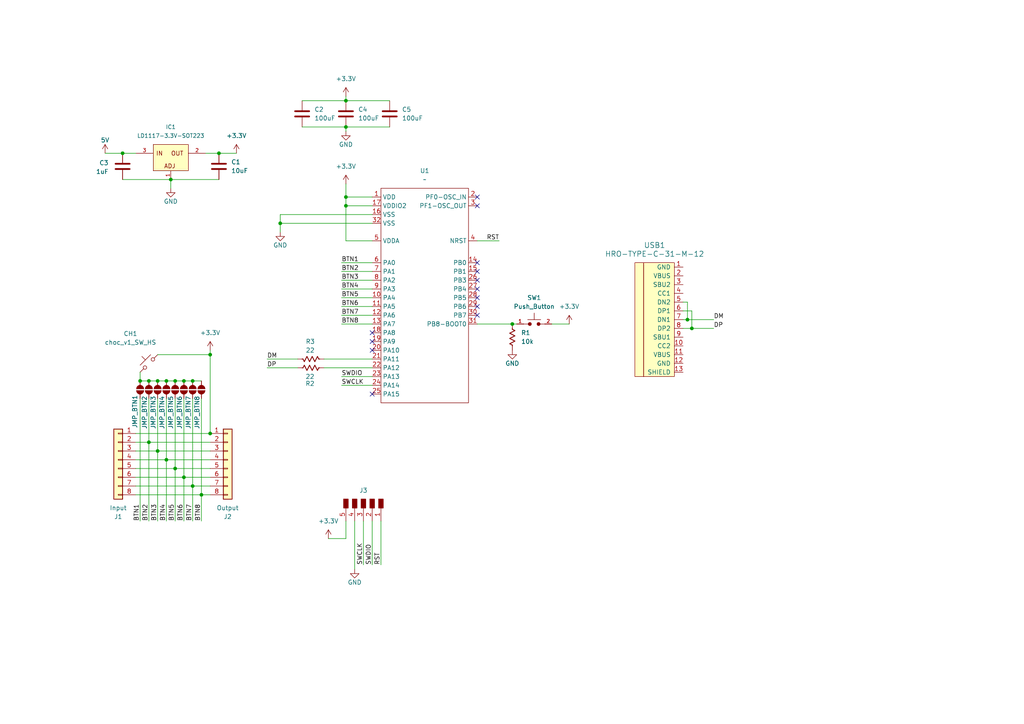
<source format=kicad_sch>
(kicad_sch (version 20250114) (generator "eeschema") (generator_version "9.0")
  (paper "A4")
  (lib_symbols
    (symbol "PCM_4ms_Power-symbol:+3.3V" (power) (pin_names (offset 0))
      (property "Value" "+3.3V" (at 0 3.556 0))
      (symbol "+3.3V_0_1"
        (polyline (pts (xy -0.762 1.27) (xy 0 2.54)))
        (polyline (pts (xy 0 2.54) (xy 0.762 1.27)))
        (polyline (pts (xy 0 0) (xy 0 2.54)))
      )
      (symbol "+3.3V_1_1"
        (pin power_in line (at 0 0 90) (length 0) (hide yes) (name "+3V3") (number "1"))
      )
    )
    (symbol "PCM_4ms_Regulator:LD1117-3.3V-SOT223" (pin_names (offset 1.016) (hide yes))
      (property "Reference" "IC" (at 2.54 -6.35 0))
      (property "Value" "LD1117-3.3V-SOT223" (at -4.445 4.445 0))
      (symbol "LD1117-3.3V-SOT223_1_0"
        (rectangle (start -5.08 3.81) (end 5.08 -3.81) (fill (type background)))
        (text "IN" (at -3.2766 1.2446 0) (effects (font (size 1.2192 1.2192))))
        (text "ADJ" (at -0.2794 -2.4384 0) (effects (font (size 1.2192 1.2192))))
        (text "OUT" (at 1.8796 1.2446 0) (effects (font (size 1.2192 1.2192))))
      )
      (symbol "LD1117-3.3V-SOT223_1_1"
        (pin input line (at -10.16 1.27 0) (length 5.08) (name "IN") (number "3"))
        (pin input line (at 0 -6.35 90) (length 2.54) (name "ADJ") (number "1"))
        (pin passive line (at 10.16 1.27 180) (length 5.08) (name "OUT") (number "2"))
      )
    )
    (symbol "PCM_Capacitor_AKL:C_0402" (pin_numbers (hide yes)) (pin_names (offset 0.254))
      (property "Reference" "C" (at 0.635 2.54 0))
      (property "Value" "C_0402" (at 0.635 -2.54 0))
      (symbol "C_0402_0_1"
        (polyline (pts (xy -2.032 0.762) (xy 2.032 0.762)) (stroke (width 0.508)))
        (polyline (pts (xy -2.032 -0.762) (xy 2.032 -0.762)) (stroke (width 0.508)))
      )
      (symbol "C_0402_0_2"
        (polyline (pts (xy -2.54 -2.54) (xy -0.381 -0.381)))
        (polyline (pts (xy -0.508 -0.508) (xy -1.651 0.635)) (stroke (width 0.508)))
        (polyline (pts (xy -0.508 -0.508) (xy 0.635 -1.651)) (stroke (width 0.508)))
        (polyline (pts (xy 0.381 0.381) (xy 2.54 2.54)))
        (polyline (pts (xy 0.508 0.508) (xy -0.635 1.651)) (stroke (width 0.508)))
        (polyline (pts (xy 0.508 0.508) (xy 1.651 -0.635)) (stroke (width 0.508)))
      )
      (symbol "C_0402_1_1"
        (pin passive line (at 0 3.81 270) (length 2.794) (name "~") (number "1"))
        (pin passive line (at 0 -3.81 90) (length 2.794) (name "~") (number "2"))
      )
      (symbol "C_0402_1_2"
        (pin passive line (at -2.54 -2.54 90) (length 0) (name "~") (number "2"))
        (pin passive line (at 2.54 2.54 270) (length 0) (name "~") (number "1"))
      )
    )
    (symbol "PCM_Resistor_US_AKL:R_0805" (pin_numbers (hide yes)) (pin_names (offset 0))
      (property "Reference" "R" (at 2.54 1.27 0))
      (property "Value" "R_0805" (at 2.54 -1.27 0))
      (symbol "R_0805_0_1"
        (polyline (pts (xy 0 2.286) (xy 0 2.54)) (stroke (width 0.254)))
        (polyline (pts (xy 0 2.286) (xy 0.762 1.905) (xy -0.762 1.143) (xy 0 0.762) (xy 0.762 0.381) (xy 0 0) (xy -0.762 -0.381) (xy 0 -0.762) (xy 0.762 -1.143) (xy 0 -1.524) (xy -0.762 -1.905) (xy 0 -2.286)) (stroke (width 0.254)))
        (polyline (pts (xy 0 -2.286) (xy 0 -2.54)) (stroke (width 0.254)))
      )
      (symbol "R_0805_0_2"
        (polyline (pts (xy -2.54 -2.54) (xy -1.778 -1.778)))
        (polyline (pts (xy -1.778 -1.778) (xy -1.524 -1.524)) (stroke (width 0.254)))
        (polyline (pts (xy -1.524 -1.524) (xy -1.778 -0.762) (xy -1.016 -1.016)) (stroke (width 0.254)))
        (polyline (pts (xy -0.508 -0.508) (xy -0.762 0.254) (xy 0 0)) (stroke (width 0.254)))
        (polyline (pts (xy -0.508 -0.508) (xy -0.254 -1.27) (xy -1.016 -1.016)) (stroke (width 0.254)))
        (polyline (pts (xy 0.508 0.508) (xy 0.254 1.27) (xy 1.016 1.016)) (stroke (width 0.254)))
        (polyline (pts (xy 0.508 0.508) (xy 0.762 -0.254) (xy 0 0)) (stroke (width 0.254)))
        (polyline (pts (xy 1.524 1.524) (xy 1.778 0.762) (xy 1.016 1.016)) (stroke (width 0.254)))
        (polyline (pts (xy 1.778 1.778) (xy 1.524 1.524)) (stroke (width 0.254)))
        (polyline (pts (xy 1.778 1.778) (xy 2.54 2.54)))
      )
      (symbol "R_0805_1_1"
        (pin passive line (at 0 3.81 270) (length 1.27) (name "~") (number "1"))
        (pin passive line (at 0 -3.81 90) (length 1.27) (name "~") (number "2"))
      )
      (symbol "R_0805_1_2"
        (pin passive line (at -2.54 -2.54 0) (length 0) (name "") (number "2"))
        (pin passive line (at 2.54 2.54 180) (length 0) (name "") (number "1"))
      )
    )
    (symbol "PCM_SL_Devices:Push_Button"
      (property "Reference" "SW" (at 0 6.35 0))
      (property "Value" "Push_Button" (at 0 4.445 0))
      (symbol "Push_Button_0_1"
        (polyline (pts (xy -3.175 0) (xy -1.778 0)))
        (polyline (pts (xy -1.905 1.27) (xy 1.905 1.27)))
        (circle (center -1.27 0) (radius 0.4579) (fill (type outline)))
        (polyline (pts (xy 0 1.27) (xy 0 3.175)))
        (circle (center 1.27 0) (radius 0.4579) (fill (type outline)))
        (polyline (pts (xy 1.778 0) (xy 3.175 0)))
      )
      (symbol "Push_Button_1_1"
        (pin passive line (at -5.08 0 0) (length 2) (name "") (number "1"))
        (pin passive line (at 5.08 0 180) (length 2) (name "") (number "2"))
      )
    )
    (symbol "PCM_SparkFun-Connector:Conn_01x08_JST_P1.25mm_Locking_Horizontal_SMD" (pin_names (offset 1.016) (hide yes))
      (property "Reference" "J" (at 0 10.16 0))
      (property "Value" "JST_Locking_8" (at 0 -12.7 0))
      (symbol "Conn_01x08_JST_P1.25mm_Locking_Horizontal_SMD_1_1"
        (rectangle (start -1.27 8.89) (end 1.27 -11.43) (stroke (width 0.254)) (fill (type background)))
        (rectangle (start -1.27 7.747) (end 0 7.493) (stroke (width 0.1524)))
        (rectangle (start -1.27 5.207) (end 0 4.953) (stroke (width 0.1524)))
        (rectangle (start -1.27 2.667) (end 0 2.413) (stroke (width 0.1524)))
        (rectangle (start -1.27 0.127) (end 0 -0.127) (stroke (width 0.1524)))
        (rectangle (start -1.27 -2.413) (end 0 -2.667) (stroke (width 0.1524)))
        (rectangle (start -1.27 -4.953) (end 0 -5.207) (stroke (width 0.1524)))
        (rectangle (start -1.27 -7.493) (end 0 -7.747) (stroke (width 0.1524)))
        (rectangle (start -1.27 -10.033) (end 0 -10.287) (stroke (width 0.1524)))
        (pin passive line (at -5.08 7.62 0) (length 3.81) (name "Pin_1") (number "1"))
        (pin passive line (at -5.08 5.08 0) (length 3.81) (name "Pin_2") (number "2"))
        (pin passive line (at -5.08 2.54 0) (length 3.81) (name "Pin_3") (number "3"))
        (pin passive line (at -5.08 0 0) (length 3.81) (name "Pin_4") (number "4"))
        (pin passive line (at -5.08 -2.54 0) (length 3.81) (name "Pin_5") (number "5"))
        (pin passive line (at -5.08 -5.08 0) (length 3.81) (name "Pin_6") (number "6"))
        (pin passive line (at -5.08 -7.62 0) (length 3.81) (name "Pin_7") (number "7"))
        (pin passive line (at -5.08 -10.16 0) (length 3.81) (name "Pin_8") (number "8"))
        (pin no_connect line (at 3.81 -11.43 90) (length 5.08) (hide yes) (name "NC") (number "NC2"))
        (pin no_connect line (at 6.35 -11.43 90) (length 5.08) (hide yes) (name "NC") (number "NC1"))
      )
    )
    (symbol "PCM_SparkFun-Jumper:SolderJumper_2_Open_No_Silk" (pin_numbers (hide yes)) (pin_names (offset 0) (hide yes))
      (property "Reference" "JP" (at 0 2.032 0))
      (property "Value" "~" (at 0 -2.54 0))
      (symbol "SolderJumper_2_Open_No_Silk_0_1"
        (polyline (pts (xy -0.254 1.016) (xy -0.254 -1.016)))
        (arc (start -0.254 -1.016) (mid -1.2656 0) (end -0.254 1.016))
        (arc (start -0.254 -1.016) (mid -1.2656 0) (end -0.254 1.016) (fill (type outline)))
        (arc (start 0.254 1.016) (mid 1.2656 0) (end 0.254 -1.016))
        (arc (start 0.254 1.016) (mid 1.2656 0) (end 0.254 -1.016) (fill (type outline)))
        (polyline (pts (xy 0.254 1.016) (xy 0.254 -1.016)))
      )
      (symbol "SolderJumper_2_Open_No_Silk_1_1"
        (pin passive line (at -2.54 0 0) (length 1.27) (name "A") (number "1"))
        (pin passive line (at 2.54 0 180) (length 1.27) (name "B") (number "2"))
      )
    )
    (symbol "PCM_SparkFun-PowerSymbol:5V" (power) (pin_names (offset 0))
      (property "Value" "5V" (at 0 3.81 0))
      (symbol "5V_0_1"
        (polyline (pts (xy -0.762 1.27) (xy 0 2.54)))
        (polyline (pts (xy 0 2.54) (xy 0.762 1.27)))
        (polyline (pts (xy 0 0) (xy 0 2.54)))
      )
      (symbol "5V_1_1"
        (pin power_in line (at 0 0 90) (length 0) (hide yes) (name "5V") (number "1"))
      )
    )
    (symbol "PCM_SparkFun-PowerSymbol:GND" (power) (pin_names (offset 0))
      (property "Value" "GND" (at 0 -3.81 0))
      (symbol "GND_0_1"
        (polyline (pts (xy 0 0) (xy 0 -1.27) (xy 1.27 -1.27) (xy 0 -2.54) (xy -1.27 -1.27) (xy 0 -1.27)))
      )
      (symbol "GND_1_1"
        (pin power_in line (at 0 0 270) (length 0) (hide yes) (name "GND") (number "1"))
      )
    )
    (symbol "PCM_fab:PinHeader_01x05_P2.54mm_Horizontal_SMD" (pin_names (hide yes))
      (property "Reference" "J" (at 0 7.62 0))
      (property "Value" "PinHeader_01x05_P2.54mm_Horizontal_SMD" (at 0 -7.62 0))
      (symbol "PinHeader_01x05_P2.54mm_Horizontal_SMD_1_1"
        (rectangle (start -1.27 5.715) (end 1.27 4.445) (stroke (width 0.254)) (fill (type outline)))
        (rectangle (start -1.27 3.175) (end 1.27 1.905) (stroke (width 0.254)) (fill (type outline)))
        (rectangle (start -1.27 0.635) (end 1.27 -0.635) (stroke (width 0.254)) (fill (type outline)))
        (rectangle (start -1.27 -1.905) (end 1.27 -3.175) (stroke (width 0.254)) (fill (type outline)))
        (rectangle (start -1.27 -4.445) (end 1.27 -5.715) (stroke (width 0.254)) (fill (type outline)))
        (pin passive line (at 5.08 5.08 180) (length 3.81) (name "Pin_1") (number "1"))
        (pin passive line (at 5.08 2.54 180) (length 3.81) (name "Pin_2") (number "2"))
        (pin passive line (at 5.08 0 180) (length 3.81) (name "Pin_3") (number "3"))
        (pin passive line (at 5.08 -2.54 180) (length 3.81) (name "Pin_4") (number "4"))
        (pin passive line (at 5.08 -5.08 180) (length 3.81) (name "Pin_5") (number "5"))
      )
    )
    (symbol "PCM_marbastlib-choc:choc_v1_SW_HS_CPG135001S30" (pin_numbers (hide yes)) (pin_names (offset 1.016) (hide yes))
      (property "Reference" "CH" (at 3.048 1.016 0))
      (property "Value" "choc_v1_SW_HS" (at 0 -3.81 0))
      (symbol "choc_v1_SW_HS_CPG135001S30_0_1"
        (polyline (pts (xy -2.54 2.54) (xy -1.524 1.524) (xy -1.524 1.524)))
        (circle (center -1.1684 1.1684) (radius 0.508))
        (polyline (pts (xy -0.508 2.54) (xy 2.54 -0.508)))
        (polyline (pts (xy 1.016 1.016) (xy 2.032 2.032)))
        (circle (center 1.143 -1.1938) (radius 0.508))
        (polyline (pts (xy 1.524 -1.524) (xy 2.54 -2.54) (xy 2.54 -2.54) (xy 2.54 -2.54)))
        (pin passive line (at -2.54 2.54 0) (length 0) (name "1") (number "1"))
        (pin passive line (at 2.54 -2.54 180) (length 0) (name "2") (number "2"))
      )
    )
    (symbol "Type-C:HRO-TYPE-C-31-M-12" (pin_names (offset 1.016))
      (property "Reference" "USB" (at -5.08 16.51 0))
      (property "Value" "HRO-TYPE-C-31-M-12" (at -10.16 -1.27 90))
      (symbol "HRO-TYPE-C-31-M-12_0_1"
        (rectangle (start -11.43 15.24) (end -8.89 -17.78) (fill (type background)))
        (rectangle (start 0 -17.78) (end -8.89 15.24) (fill (type background)))
      )
      (symbol "HRO-TYPE-C-31-M-12_1_1"
        (pin input line (at 2.54 13.97 180) (length 2.54) (name "GND") (number "1"))
        (pin input line (at 2.54 11.43 180) (length 2.54) (name "VBUS") (number "2"))
        (pin input line (at 2.54 8.89 180) (length 2.54) (name "SBU2") (number "3"))
        (pin input line (at 2.54 6.35 180) (length 2.54) (name "CC1") (number "4"))
        (pin input line (at 2.54 3.81 180) (length 2.54) (name "DN2") (number "5"))
        (pin input line (at 2.54 1.27 180) (length 2.54) (name "DP1") (number "6"))
        (pin input line (at 2.54 -1.27 180) (length 2.54) (name "DN1") (number "7"))
        (pin input line (at 2.54 -3.81 180) (length 2.54) (name "DP2") (number "8"))
        (pin input line (at 2.54 -6.35 180) (length 2.54) (name "SBU1") (number "9"))
        (pin input line (at 2.54 -8.89 180) (length 2.54) (name "CC2") (number "10"))
        (pin input line (at 2.54 -11.43 180) (length 2.54) (name "VBUS") (number "11"))
        (pin input line (at 2.54 -13.97 180) (length 2.54) (name "GND") (number "12"))
        (pin input line (at 2.54 -16.51 180) (length 2.54) (name "SHIELD") (number "13"))
      )
    )
    (symbol "mycustomsymbols:STM32F042K6"
      (property "Reference" "U" (at -12.192 30.734 0))
      (symbol "STM32F042K6_0_1"
        (rectangle (start -12.7 29.21) (end 12.7 -33.02))
      )
      (symbol "STM32F042K6_1_1"
        (pin bidirectional line (at -15.24 26.67 0) (length 2.54) (name "VDD") (number "1"))
        (pin bidirectional line (at -15.24 24.13 0) (length 2.54) (name "VDDIO2") (number "17"))
        (pin bidirectional line (at -15.24 21.59 0) (length 2.54) (name "VSS") (number "16"))
        (pin bidirectional line (at -15.24 19.05 0) (length 2.54) (name "VSS") (number "32"))
        (pin bidirectional line (at -15.24 13.97 0) (length 2.54) (name "VDDA") (number "5"))
        (pin bidirectional line (at -15.24 7.62 0) (length 2.54) (name "PA0") (number "6"))
        (pin bidirectional line (at -15.24 5.08 0) (length 2.54) (name "PA1") (number "7"))
        (pin bidirectional line (at -15.24 2.54 0) (length 2.54) (name "PA2") (number "8"))
        (pin bidirectional line (at -15.24 0 0) (length 2.54) (name "PA3") (number "9"))
        (pin bidirectional line (at -15.24 -2.54 0) (length 2.54) (name "PA4") (number "10"))
        (pin bidirectional line (at -15.24 -5.08 0) (length 2.54) (name "PA5") (number "11"))
        (pin bidirectional line (at -15.24 -7.62 0) (length 2.54) (name "PA6") (number "12"))
        (pin bidirectional line (at -15.24 -10.16 0) (length 2.54) (name "PA7") (number "13"))
        (pin bidirectional line (at -15.24 -12.7 0) (length 2.54) (name "PA8") (number "18"))
        (pin bidirectional line (at -15.24 -15.24 0) (length 2.54) (name "PA9") (number "19"))
        (pin bidirectional line (at -15.24 -17.78 0) (length 2.54) (name "PA10") (number "20"))
        (pin bidirectional line (at -15.24 -20.32 0) (length 2.54) (name "PA11") (number "21"))
        (pin bidirectional line (at -15.24 -22.86 0) (length 2.54) (name "PA12") (number "22"))
        (pin bidirectional line (at -15.24 -25.4 0) (length 2.54) (name "PA13") (number "23"))
        (pin bidirectional line (at -15.24 -27.94 0) (length 2.54) (name "PA14") (number "24"))
        (pin bidirectional line (at -15.24 -30.48 0) (length 2.54) (name "PA15") (number "25"))
        (pin bidirectional line (at 15.24 26.67 180) (length 2.54) (name "PF0-OSC_IN") (number "2"))
        (pin bidirectional line (at 15.24 24.13 180) (length 2.54) (name "PF1-OSC_OUT") (number "3"))
        (pin bidirectional line (at 15.24 13.97 180) (length 2.54) (name "NRST") (number "4"))
        (pin bidirectional line (at 15.24 7.62 180) (length 2.54) (name "PB0") (number "14"))
        (pin bidirectional line (at 15.24 5.08 180) (length 2.54) (name "PB1") (number "15"))
        (pin bidirectional line (at 15.24 2.54 180) (length 2.54) (name "PB3") (number "26"))
        (pin bidirectional line (at 15.24 0 180) (length 2.54) (name "PB4") (number "27"))
        (pin bidirectional line (at 15.24 -2.54 180) (length 2.54) (name "PB5") (number "28"))
        (pin bidirectional line (at 15.24 -5.08 180) (length 2.54) (name "PB6") (number "29"))
        (pin bidirectional line (at 15.24 -7.62 180) (length 2.54) (name "PB7") (number "30"))
        (pin bidirectional line (at 15.24 -10.16 180) (length 2.54) (name "PB8-BOOT0") (number "31"))
      )
    )
  )
  (junction (at 43.18 110.49))
  (junction (at 60.96 125.73))
  (junction (at 40.64 110.49))
  (junction (at 199.39 92.71))
  (junction (at 100.33 29.21))
  (junction (at 63.5 44.45))
  (junction (at 45.72 110.49))
  (junction (at 100.33 36.83))
  (junction (at 53.34 110.49))
  (junction (at 100.33 59.69))
  (junction (at 35.56 44.45))
  (junction (at 43.18 128.27))
  (junction (at 45.72 130.81))
  (junction (at 58.42 143.51))
  (junction (at 49.53 52.07))
  (junction (at 81.28 64.77))
  (junction (at 200.66 95.25))
  (junction (at 48.26 133.35))
  (junction (at 50.8 110.49))
  (junction (at 55.88 110.49))
  (junction (at 53.34 138.43))
  (junction (at 50.8 135.89))
  (junction (at 148.59 93.98))
  (junction (at 60.96 102.87))
  (junction (at 48.26 110.49))
  (junction (at 55.88 140.97))
  (junction (at 100.33 57.15))
  (no_connect (at 138.43 57.15))
  (no_connect (at 138.43 59.69))
  (no_connect (at 107.95 114.3))
  (no_connect (at 138.43 88.9))
  (no_connect (at 138.43 86.36))
  (no_connect (at 107.95 101.6))
  (no_connect (at 107.95 96.52))
  (no_connect (at 138.43 91.44))
  (no_connect (at 107.95 99.06))
  (no_connect (at 138.43 76.2))
  (no_connect (at 138.43 78.74))
  (no_connect (at 138.43 81.28))
  (no_connect (at 138.43 83.82))
  (wire (pts (xy 55.88 115.57) (xy 55.88 140.97)))
  (wire (pts (xy 110.49 163.83) (xy 110.49 151.13)))
  (wire (pts (xy 39.37 140.97) (xy 55.88 140.97)))
  (wire (pts (xy 50.8 135.89) (xy 60.96 135.89)))
  (wire (pts (xy 39.37 125.73) (xy 60.96 125.73)))
  (wire (pts (xy 99.06 111.76) (xy 107.95 111.76)))
  (wire (pts (xy 99.06 91.44) (xy 107.95 91.44)))
  (wire (pts (xy 48.26 133.35) (xy 60.96 133.35)))
  (wire (pts (xy 165.1 93.98) (xy 160.02 93.98)))
  (wire (pts (xy 200.66 90.17) (xy 200.66 95.25)))
  (wire (pts (xy 39.37 135.89) (xy 50.8 135.89)))
  (wire (pts (xy 48.26 133.35) (xy 48.26 151.13)))
  (wire (pts (xy 200.66 95.25) (xy 207.01 95.25)))
  (wire (pts (xy 100.33 156.21) (xy 100.33 151.13)))
  (wire (pts (xy 149.86 93.98) (xy 148.59 93.98)))
  (wire (pts (xy 99.06 93.98) (xy 107.95 93.98)))
  (wire (pts (xy 43.18 128.27) (xy 60.96 128.27)))
  (wire (pts (xy 86.36 104.14) (xy 77.47 104.14)))
  (wire (pts (xy 87.63 29.21) (xy 100.33 29.21)))
  (wire (pts (xy 43.18 128.27) (xy 43.18 151.13)))
  (wire (pts (xy 30.48 44.45) (xy 35.56 44.45)))
  (wire (pts (xy 107.95 69.85) (xy 100.33 69.85)))
  (wire (pts (xy 60.96 101.6) (xy 60.96 102.87)))
  (wire (pts (xy 53.34 115.57) (xy 53.34 138.43)))
  (wire (pts (xy 198.12 92.71) (xy 199.39 92.71)))
  (wire (pts (xy 35.56 52.07) (xy 49.53 52.07)))
  (wire (pts (xy 100.33 53.34) (xy 100.33 57.15)))
  (wire (pts (xy 39.37 143.51) (xy 58.42 143.51)))
  (wire (pts (xy 40.64 107.95) (xy 40.64 110.49)))
  (wire (pts (xy 138.43 69.85) (xy 144.78 69.85)))
  (wire (pts (xy 95.25 156.21) (xy 100.33 156.21)))
  (wire (pts (xy 81.28 64.77) (xy 81.28 67.31)))
  (wire (pts (xy 105.41 151.13) (xy 105.41 163.83)))
  (wire (pts (xy 49.53 54.61) (xy 49.53 52.07)))
  (wire (pts (xy 59.69 44.45) (xy 63.5 44.45)))
  (wire (pts (xy 100.33 57.15) (xy 100.33 59.69)))
  (wire (pts (xy 50.8 110.49) (xy 53.34 110.49)))
  (wire (pts (xy 39.37 128.27) (xy 43.18 128.27)))
  (wire (pts (xy 45.72 110.49) (xy 48.26 110.49)))
  (wire (pts (xy 60.96 102.87) (xy 45.72 102.87)))
  (wire (pts (xy 198.12 90.17) (xy 200.66 90.17)))
  (wire (pts (xy 107.95 59.69) (xy 100.33 59.69)))
  (wire (pts (xy 58.42 143.51) (xy 58.42 151.13)))
  (wire (pts (xy 100.33 59.69) (xy 100.33 69.85)))
  (wire (pts (xy 100.33 27.94) (xy 100.33 29.21)))
  (wire (pts (xy 100.33 29.21) (xy 113.03 29.21)))
  (wire (pts (xy 39.37 133.35) (xy 48.26 133.35)))
  (wire (pts (xy 50.8 135.89) (xy 50.8 151.13)))
  (wire (pts (xy 45.72 130.81) (xy 45.72 151.13)))
  (wire (pts (xy 48.26 115.57) (xy 48.26 133.35)))
  (wire (pts (xy 49.53 52.07) (xy 63.5 52.07)))
  (wire (pts (xy 55.88 140.97) (xy 60.96 140.97)))
  (wire (pts (xy 100.33 38.1) (xy 100.33 36.83)))
  (wire (pts (xy 86.36 106.68) (xy 77.47 106.68)))
  (wire (pts (xy 99.06 83.82) (xy 107.95 83.82)))
  (wire (pts (xy 35.56 44.45) (xy 39.37 44.45)))
  (wire (pts (xy 58.42 115.57) (xy 58.42 143.51)))
  (wire (pts (xy 198.12 87.63) (xy 199.39 87.63)))
  (wire (pts (xy 81.28 62.23) (xy 81.28 64.77)))
  (wire (pts (xy 53.34 138.43) (xy 53.34 151.13)))
  (wire (pts (xy 81.28 64.77) (xy 107.95 64.77)))
  (wire (pts (xy 99.06 76.2) (xy 107.95 76.2)))
  (wire (pts (xy 199.39 92.71) (xy 207.01 92.71)))
  (wire (pts (xy 55.88 110.49) (xy 58.42 110.49)))
  (wire (pts (xy 93.98 106.68) (xy 107.95 106.68)))
  (wire (pts (xy 39.37 130.81) (xy 45.72 130.81)))
  (wire (pts (xy 53.34 138.43) (xy 60.96 138.43)))
  (wire (pts (xy 39.37 138.43) (xy 53.34 138.43)))
  (wire (pts (xy 100.33 57.15) (xy 107.95 57.15)))
  (wire (pts (xy 40.64 110.49) (xy 43.18 110.49)))
  (wire (pts (xy 107.95 163.83) (xy 107.95 151.13)))
  (wire (pts (xy 199.39 87.63) (xy 199.39 92.71)))
  (wire (pts (xy 53.34 110.49) (xy 55.88 110.49)))
  (wire (pts (xy 58.42 143.51) (xy 60.96 143.51)))
  (wire (pts (xy 87.63 36.83) (xy 100.33 36.83)))
  (wire (pts (xy 60.96 102.87) (xy 60.96 125.73)))
  (wire (pts (xy 43.18 115.57) (xy 43.18 128.27)))
  (wire (pts (xy 45.72 115.57) (xy 45.72 130.81)))
  (wire (pts (xy 113.03 36.83) (xy 100.33 36.83)))
  (wire (pts (xy 63.5 44.45) (xy 68.58 44.45)))
  (wire (pts (xy 198.12 95.25) (xy 200.66 95.25)))
  (wire (pts (xy 99.06 78.74) (xy 107.95 78.74)))
  (wire (pts (xy 99.06 109.22) (xy 107.95 109.22)))
  (wire (pts (xy 138.43 93.98) (xy 148.59 93.98)))
  (wire (pts (xy 50.8 115.57) (xy 50.8 135.89)))
  (wire (pts (xy 99.06 86.36) (xy 107.95 86.36)))
  (wire (pts (xy 93.98 104.14) (xy 107.95 104.14)))
  (wire (pts (xy 102.87 151.13) (xy 102.87 165.1)))
  (wire (pts (xy 99.06 81.28) (xy 107.95 81.28)))
  (wire (pts (xy 55.88 140.97) (xy 55.88 151.13)))
  (wire (pts (xy 99.06 88.9) (xy 107.95 88.9)))
  (wire (pts (xy 43.18 110.49) (xy 45.72 110.49)))
  (wire (pts (xy 45.72 130.81) (xy 60.96 130.81)))
  (wire (pts (xy 81.28 62.23) (xy 107.95 62.23)))
  (wire (pts (xy 48.26 110.49) (xy 50.8 110.49)))
  (wire (pts (xy 40.64 151.13) (xy 40.64 115.57)))
  (label "BTN1" (at 40.64 151.13 90))
  (label "BTN2" (at 43.18 151.13 90))
  (label "BTN5" (at 99.06 86.36 0))
  (label "SWCLK" (at 99.06 111.76 0))
  (label "BTN6" (at 99.06 88.9 0))
  (label "BTN4" (at 48.26 151.13 90))
  (label "BTN7" (at 55.88 151.13 90))
  (label "SWCLK" (at 105.41 163.83 90))
  (label "DM" (at 77.47 104.14 0))
  (label "BTN8" (at 99.06 93.98 0))
  (label "BTN4" (at 99.06 83.82 0))
  (label "BTN1" (at 99.06 76.2 0))
  (label "RST" (at 110.49 163.83 90))
  (label "SWDIO" (at 99.06 109.22 0))
  (label "DP" (at 77.47 106.68 0))
  (label "BTN8" (at 58.42 151.13 90))
  (label "BTN6" (at 53.34 151.13 90))
  (label "BTN5" (at 50.8 151.13 90))
  (label "RST" (at 144.78 69.85 180))
  (label "BTN3" (at 45.72 151.13 90))
  (label "DP" (at 207.01 95.25 0))
  (label "BTN3" (at 99.06 81.28 0))
  (label "DM" (at 207.01 92.71 0))
  (label "BTN7" (at 99.06 91.44 0))
  (label "SWDIO" (at 107.95 163.83 90))
  (label "BTN2" (at 99.06 78.74 0))
  (symbol (lib_id "PCM_4ms_Regulator:LD1117-3.3V-SOT223") (at 49.53 45.72 0) (unit 1)
    (property "Reference" "IC1" (at 49.53 36.83 0) (effects (font (size 1.143 1.143))))
    (property "Value" "LD1117-3.3V-SOT223" (at 49.53 39.37 0) (effects (font (size 1.143 1.143))))
    (property "Footprint" "4ms_Package_SOT:SOT223" (effects (hide yes)))
    (property "Datasheet" "https://www.mouser.com/datasheet/2/389/cd00000544-1795431.pdf" (effects (hide yes)))
    (property "Description" "3.3V Voltage Regulator, SOT-223-3, Imax=0.8A, VinMax=15V, Vdrop=1V" (effects (hide yes)))
    (property "Manufacturer" "STMicroelectronics" (effects (hide yes)))
    (property "Part Number" "LD1117S33CTR" (effects (hide yes)))
  )
  (symbol (lib_id "PCM_SparkFun-Jumper:SolderJumper_2_Open_No_Silk") (at 48.26 113.03 90) (unit 1)
    (property "Reference" "JMP_BTN4" (at 46.99 124.4601 0) (effects (justify left)))
    (property "Footprint" "PCM_SparkFun-Jumper:Jumper_2_NO_NoSilk" (effects (hide yes)))
    (property "Description" "Solder Jumper, 2-pole, open" (effects (hide yes)))
  )
  (symbol (lib_id "PCM_Resistor_US_AKL:R_0805") (at 90.17 106.68 90) (unit 1)
    (property "Reference" "R2" (at 89.916 111.252 90))
    (property "Value" "22" (at 89.916 109.22 90))
    (property "Footprint" "PCM_Resistor_SMD_AKL:R_0805_2012Metric" (effects (hide yes)))
    (property "Description" "SMD 0805 Chip Resistor, US Symbol, Alternate KiCad Library" (effects (hide yes)))
  )
  (symbol (lib_id "PCM_fab:PinHeader_01x05_P2.54mm_Horizontal_SMD") (at 105.41 146.05 270) (unit 1)
    (property "Reference" "J3" (at 105.41 142.24 90))
    (property "Value" "PinHeader_01x05_P2.54mm_Horizontal_SMD" (effects (hide yes)))
    (property "Footprint" "PCM_fab:PinHeader_01x05_P2.54mm_Horizontal_SMD" (effects (hide yes)))
    (property "Description" "Male connector, single row" (effects (hide yes)))
  )
  (symbol (lib_id "PCM_SparkFun-PowerSymbol:GND") (at 49.53 54.61 0) (unit 1)
    (property "Reference" "#PWR04" (effects (hide yes)))
    (property "Value" "GND" (at 49.53 58.42 0))
    (property "Description" "Power symbol creates a global label with name \"GND\" , ground" (effects (hide yes)))
  )
  (symbol (lib_id "PCM_SparkFun-Connector:Conn_01x08_JST_P1.25mm_Locking_Horizontal_SMD") (at 34.29 133.35 0) (mirror y) (unit 1)
    (property "Reference" "J1" (at 34.29 149.86 0))
    (property "Value" "Input" (at 34.29 147.32 0))
    (property "Footprint" "PCM_SparkFun-Connector:JST_1x08_P1.25mm_Locking_Horizontal_SMD" (effects (hide yes)))
    (property "Datasheet" "https://www.jst-mfg.com/product/pdf/eng/eGH.pdf" (effects (hide yes)))
    (property "Description" "JST locking connector" (effects (hide yes)))
    (property "PROD_ID" "CONN-25026" (effects (hide yes)))
  )
  (symbol (lib_id "PCM_4ms_Power-symbol:+3.3V") (at 60.96 101.6 0) (unit 1)
    (property "Reference" "#PWR01" (effects (hide yes)))
    (property "Value" "+3.3V" (at 60.96 96.52 0))
  )
  (symbol (lib_id "PCM_Capacitor_AKL:C_0402") (at 35.56 48.26 0) (unit 1)
    (property "Reference" "C3" (at 31.496 47.2439 0) (effects (justify right)))
    (property "Value" "1uF" (at 31.496 49.7839 0) (effects (justify right)))
    (property "Footprint" "PCM_Capacitor_SMD_Handsoldering_AKL:C_0805_2012Metric" (effects (hide yes)))
    (property "Description" "SMD 0402 MLCC capacitor, Alternate KiCad Library" (effects (hide yes)))
  )
  (symbol (lib_id "PCM_SparkFun-Connector:Conn_01x08_JST_P1.25mm_Locking_Horizontal_SMD") (at 66.04 133.35 0) (unit 1)
    (property "Reference" "J2" (at 66.04 149.86 0))
    (property "Value" "Output" (at 66.04 147.32 0))
    (property "Footprint" "PCM_SparkFun-Connector:JST_1x08_P1.25mm_Locking_Horizontal_SMD" (effects (hide yes)))
    (property "Datasheet" "https://www.jst-mfg.com/product/pdf/eng/eGH.pdf" (effects (hide yes)))
    (property "Description" "JST locking connector" (effects (hide yes)))
    (property "PROD_ID" "CONN-25026" (effects (hide yes)))
  )
  (symbol (lib_id "PCM_Capacitor_AKL:C_0402") (at 87.63 33.02 180) (unit 1)
    (property "Reference" "C2" (at 91.186 31.7499 0) (effects (justify right)))
    (property "Value" "100uF" (at 91.186 34.2899 0) (effects (justify right)))
    (property "Footprint" "PCM_Capacitor_SMD_Handsoldering_AKL:C_0805_2012Metric" (effects (hide yes)))
    (property "Description" "SMD 0402 MLCC capacitor, Alternate KiCad Library" (effects (hide yes)))
  )
  (symbol (lib_id "PCM_SparkFun-Jumper:SolderJumper_2_Open_No_Silk") (at 58.42 113.03 90) (unit 1)
    (property "Reference" "JMP_BTN8" (at 57.15 124.4601 0) (effects (justify left)))
    (property "Footprint" "PCM_SparkFun-Jumper:Jumper_2_NO_NoSilk" (effects (hide yes)))
    (property "Description" "Solder Jumper, 2-pole, open" (effects (hide yes)))
  )
  (symbol (lib_id "PCM_SparkFun-Jumper:SolderJumper_2_Open_No_Silk") (at 50.8 113.03 90) (unit 1)
    (property "Reference" "JMP_BTN5" (at 49.53 124.4601 0) (effects (justify left)))
    (property "Footprint" "PCM_SparkFun-Jumper:Jumper_2_NO_NoSilk" (effects (hide yes)))
    (property "Description" "Solder Jumper, 2-pole, open" (effects (hide yes)))
  )
  (symbol (lib_id "PCM_4ms_Power-symbol:+3.3V") (at 100.33 27.94 0) (unit 1)
    (property "Reference" "#PWR07" (effects (hide yes)))
    (property "Value" "+3.3V" (at 100.33 22.86 0))
  )
  (symbol (lib_id "PCM_SparkFun-Jumper:SolderJumper_2_Open_No_Silk") (at 53.34 113.03 90) (unit 1)
    (property "Reference" "JMP_BTN6" (at 52.07 124.4601 0) (effects (justify left)))
    (property "Footprint" "PCM_SparkFun-Jumper:Jumper_2_NO_NoSilk" (effects (hide yes)))
    (property "Description" "Solder Jumper, 2-pole, open" (effects (hide yes)))
  )
  (symbol (lib_id "PCM_SparkFun-Jumper:SolderJumper_2_Open_No_Silk") (at 45.72 113.03 90) (unit 1)
    (property "Reference" "JMP_BTN3" (at 44.45 124.4601 0) (effects (justify left)))
    (property "Footprint" "PCM_SparkFun-Jumper:Jumper_2_NO_NoSilk" (effects (hide yes)))
    (property "Description" "Solder Jumper, 2-pole, open" (effects (hide yes)))
  )
  (symbol (lib_id "PCM_SparkFun-Jumper:SolderJumper_2_Open_No_Silk") (at 43.18 113.03 90) (unit 1)
    (property "Reference" "JMP_BTN2" (at 41.91 124.4601 0) (effects (justify left)))
    (property "Footprint" "PCM_SparkFun-Jumper:Jumper_2_NO_NoSilk" (effects (hide yes)))
    (property "Description" "Solder Jumper, 2-pole, open" (effects (hide yes)))
  )
  (symbol (lib_id "PCM_marbastlib-choc:choc_v1_SW_HS_CPG135001S30") (at 43.18 105.41 0) (mirror y) (unit 1)
    (property "Reference" "CH1" (at 37.846 96.774 0))
    (property "Value" "choc_v1_SW_HS" (at 37.846 99.314 0))
    (property "Footprint" "PCM_marbastlib-choc:SW_choc_v1_HS_CPG135001S30_1u" (effects (hide yes)))
    (property "Description" "Push button switch, normally open, two pins, 45° tilted" (effects (hide yes)))
  )
  (symbol (lib_id "PCM_SparkFun-PowerSymbol:GND") (at 100.33 38.1 0) (unit 1)
    (property "Reference" "#PWR08" (effects (hide yes)))
    (property "Value" "GND" (at 100.33 41.91 0))
    (property "Description" "Power symbol creates a global label with name \"GND\" , ground" (effects (hide yes)))
  )
  (symbol (lib_id "PCM_SparkFun-Jumper:SolderJumper_2_Open_No_Silk") (at 55.88 113.03 90) (unit 1)
    (property "Reference" "JMP_BTN7" (at 54.61 124.4601 0) (effects (justify left)))
    (property "Footprint" "PCM_SparkFun-Jumper:Jumper_2_NO_NoSilk" (effects (hide yes)))
    (property "Description" "Solder Jumper, 2-pole, open" (effects (hide yes)))
  )
  (symbol (lib_id "PCM_SparkFun-Jumper:SolderJumper_2_Open_No_Silk") (at 40.64 113.03 270) (unit 1)
    (property "Reference" "JMP_BTN1" (at 39.116 114.5539 0) (effects (justify left)))
    (property "Footprint" "PCM_SparkFun-Jumper:Jumper_2_NO_NoSilk" (effects (hide yes)))
    (property "Description" "Solder Jumper, 2-pole, open" (effects (hide yes)))
  )
  (symbol (lib_id "PCM_SL_Devices:Push_Button") (at 154.94 93.98 0) (unit 1)
    (property "Reference" "SW1" (at 154.94 86.36 0))
    (property "Value" "Push_Button" (at 154.94 88.9 0))
    (property "Footprint" "Button_Switch_THT:SW_PUSH_6mm" (effects (hide yes)))
    (property "Description" "Common 6mmx6mm Push Button" (effects (hide yes)))
  )
  (symbol (lib_id "PCM_4ms_Power-symbol:+3.3V") (at 100.33 53.34 0) (unit 1)
    (property "Reference" "#PWR05" (effects (hide yes)))
    (property "Value" "+3.3V" (at 100.33 48.26 0))
  )
  (symbol (lib_id "PCM_SparkFun-PowerSymbol:GND") (at 102.87 165.1 0) (unit 1)
    (property "Reference" "#PWR09" (effects (hide yes)))
    (property "Value" "GND" (at 102.87 168.91 0))
    (property "Description" "Power symbol creates a global label with name \"GND\" , ground" (effects (hide yes)))
  )
  (symbol (lib_id "PCM_Resistor_US_AKL:R_0805") (at 90.17 104.14 90) (mirror x) (unit 1)
    (property "Reference" "R3" (at 88.646 99.0599 90) (effects (justify right)))
    (property "Value" "22" (at 88.646 101.5999 90) (effects (justify right)))
    (property "Footprint" "PCM_Resistor_SMD_AKL:R_0805_2012Metric" (effects (hide yes)))
    (property "Description" "SMD 0805 Chip Resistor, US Symbol, Alternate KiCad Library" (effects (hide yes)))
  )
  (symbol (lib_id "PCM_SparkFun-PowerSymbol:GND") (at 148.59 101.6 0) (unit 1)
    (property "Reference" "#PWR010" (effects (hide yes)))
    (property "Value" "GND" (at 148.59 105.41 0))
    (property "Description" "Power symbol creates a global label with name \"GND\" , ground" (effects (hide yes)))
  )
  (symbol (lib_id "PCM_Capacitor_AKL:C_0402") (at 63.5 48.26 180) (unit 1)
    (property "Reference" "C1" (at 67.056 46.9899 0) (effects (justify right)))
    (property "Value" "10uF" (at 67.056 49.5299 0) (effects (justify right)))
    (property "Footprint" "PCM_Capacitor_SMD_Handsoldering_AKL:C_0805_2012Metric" (effects (hide yes)))
    (property "Description" "SMD 0402 MLCC capacitor, Alternate KiCad Library" (effects (hide yes)))
  )
  (symbol (lib_id "PCM_4ms_Power-symbol:+3.3V") (at 165.1 93.98 0) (unit 1)
    (property "Reference" "#PWR011" (effects (hide yes)))
    (property "Value" "+3.3V" (at 165.1 88.9 0))
  )
  (symbol (lib_id "PCM_4ms_Power-symbol:+3.3V") (at 95.25 156.21 0) (unit 1)
    (property "Reference" "#PWR012" (effects (hide yes)))
    (property "Value" "+3.3V" (at 95.25 151.13 0))
  )
  (symbol (lib_id "PCM_SparkFun-PowerSymbol:GND") (at 81.28 67.31 0) (unit 1)
    (property "Reference" "#PWR06" (effects (hide yes)))
    (property "Value" "GND" (at 81.28 71.12 0))
    (property "Description" "Power symbol creates a global label with name \"GND\" , ground" (effects (hide yes)))
  )
  (symbol (lib_id "Type-C:HRO-TYPE-C-31-M-12") (at 195.58 91.44 0) (unit 1)
    (property "Reference" "USB1" (at 189.865 71.12 0) (effects (font (size 1.524 1.524))))
    (property "Value" "HRO-TYPE-C-31-M-12" (at 189.865 73.66 0) (effects (font (size 1.524 1.524))))
    (property "Footprint" "extern:HRO-TYPE-C-31-M-12-HandSoldering" (effects (hide yes)))
  )
  (symbol (lib_id "PCM_SparkFun-PowerSymbol:5V") (at 30.48 44.45 0) (unit 1)
    (property "Reference" "#PWR03" (effects (hide yes)))
    (property "Value" "5V" (at 30.48 40.64 0))
    (property "Description" "Power symbol creates a global label with name \"5V\"" (effects (hide yes)))
  )
  (symbol (lib_id "PCM_Capacitor_AKL:C_0402") (at 100.33 33.02 180) (unit 1)
    (property "Reference" "C4" (at 103.886 31.7499 0) (effects (justify right)))
    (property "Value" "100uF" (at 103.886 34.2899 0) (effects (justify right)))
    (property "Footprint" "PCM_Capacitor_SMD_Handsoldering_AKL:C_0805_2012Metric" (effects (hide yes)))
    (property "Description" "SMD 0402 MLCC capacitor, Alternate KiCad Library" (effects (hide yes)))
  )
  (symbol (lib_id "PCM_4ms_Power-symbol:+3.3V") (at 68.58 44.45 0) (unit 1)
    (property "Reference" "#PWR02" (effects (hide yes)))
    (property "Value" "+3.3V" (at 68.58 39.37 0))
  )
  (symbol (lib_id "PCM_Resistor_US_AKL:R_0805") (at 148.59 97.79 180) (unit 1)
    (property "Reference" "R1" (at 151.13 96.5199 0) (effects (justify right)))
    (property "Value" "10k" (at 151.13 99.0599 0) (effects (justify right)))
    (property "Footprint" "PCM_4ms_LED:LED_3mm_C1A2_Polarity_Indicator" (effects (hide yes)))
    (property "Description" "SMD 0805 Chip Resistor, US Symbol, Alternate KiCad Library" (effects (hide yes)))
  )
  (symbol (lib_id "mycustomsymbols:STM32F042K6") (at 123.19 83.82 0) (unit 1)
    (property "Reference" "U1" (at 123.19 49.53 0))
    (property "Value" "~" (at 123.19 52.07 0))
  )
  (symbol (lib_id "PCM_Capacitor_AKL:C_0402") (at 113.03 33.02 180) (unit 1)
    (property "Reference" "C5" (at 116.586 31.7499 0) (effects (justify right)))
    (property "Value" "100uF" (at 116.586 34.2899 0) (effects (justify right)))
    (property "Footprint" "PCM_Capacitor_SMD_Handsoldering_AKL:C_0805_2012Metric" (effects (hide yes)))
    (property "Description" "SMD 0402 MLCC capacitor, Alternate KiCad Library" (effects (hide yes)))
  )
)
</source>
